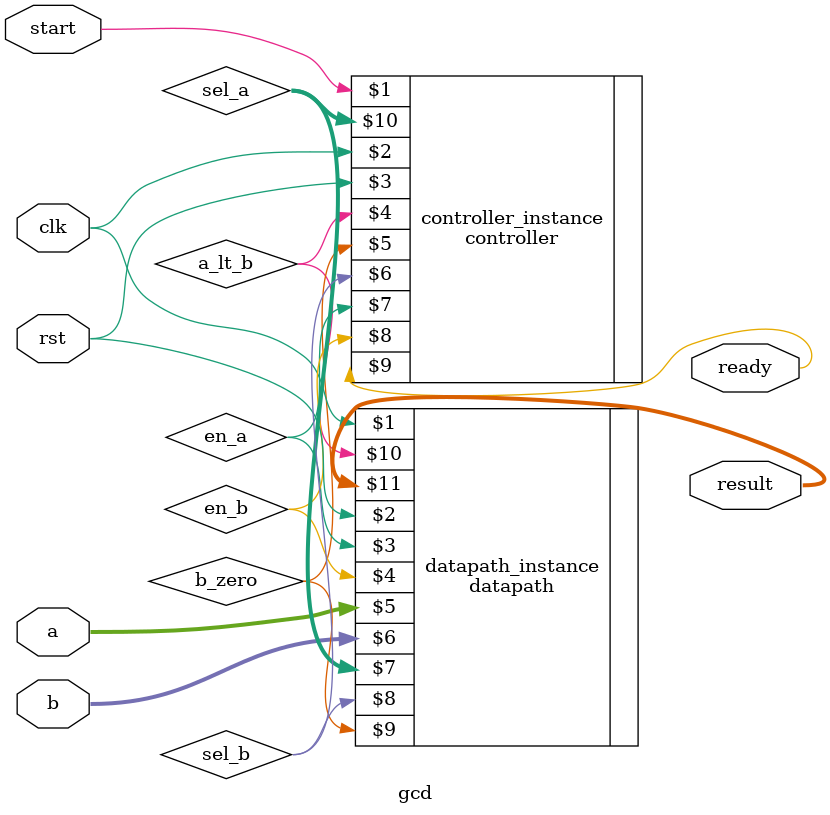
<source format=v>
/* 
Parametrized Greatest Common Divisors (GCD)
Author: Mehran Goli
Version: 1.0
Date: 01-10-2020
*/

`timescale 1ns/1ns

module gcd #(parameter width = 8)
		  (input [width-1:0] a, b,
		   input clk, start, rst,
		   output ready,
		   output [width-1:0] result);
					 
	wire en_a, en_b, sel_b, a_lt_b, b_zero;
	wire [1:0] sel_a;
	
	datapath #(width) datapath_instance (clk, rst, en_a, en_b, a, b, sel_a, sel_b, b_zero, a_lt_b, result); 
	controller controller_instance (start, clk, rst, a_lt_b, b_zero, sel_b, en_a, en_b, ready, sel_a);
	
	
endmodule	
	






</source>
